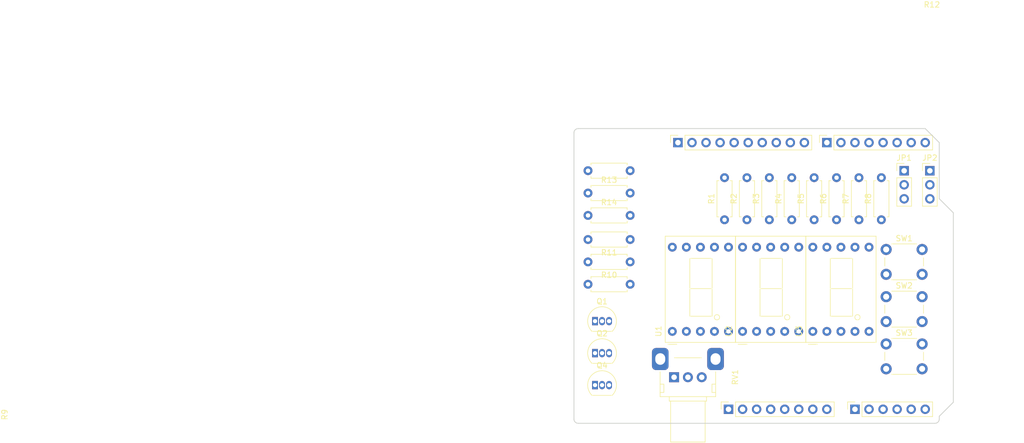
<source format=kicad_pcb>
(kicad_pcb (version 20240108) (generator "pcbnew") (generator_version "8.0")
  (title_block (date "mar. 31 mars 2015"))
  (layers (0 "F.Cu" signal) (31 "B.Cu" signal) (34 "B.Paste" user) (35 "F.Paste" user) (36 "B.SilkS" user "B.Silkscreen") (37 "F.SilkS" user "F.Silkscreen") (38 "B.Mask" user) (39 "F.Mask" user) (44 "Edge.Cuts" user))
  (net 0 "")
  (net 1 "GND")
  (net 3 "+5V")
  (net 4 "/IOREF")
  (net 5 "/A0")
  (net 6 "/A1")
  (net 7 "/A2")
  (net 8 "/A3")
  (net 9 "/SDA{slash}A4")
  (net 10 "/SCL{slash}A5")
  (net 11 "/13")
  (net 12 "/12")
  (net 13 "/AREF")
  (net 14 "/8")
  (net 15 "/7")
  (net 16 "/*11")
  (net 17 "/*10")
  (net 18 "/*9")
  (net 19 "/4")
  (net 20 "/2")
  (net 21 "/*6")
  (net 22 "/*5")
  (net 23 "/TX{slash}1")
  (net 24 "/*3")
  (net 25 "/RX{slash}0")
  (net 26 "+3V3")
  (net 27 "VCC")
  (net 28 "/~{RESET}")
  (net 29 "Net-(JP1-C)")
  (net 30 "Net-(JP2-C)")
  (net 31 "Net-(Q1-C)")
  (net 32 "Net-(Q1-B)")
  (net 33 "Net-(Q2-C)")
  (net 34 "Net-(Q2-B)")
  (net 35 "/R8")
  (net 36 "/R7")
  (net 37 "/R6")
  (net 38 "/R5")
  (net 39 "/R4")
  (net 40 "/R3")
  (net 41 "/R2")
  (net 42 "/R1")
  (net 43 "Net-(Q4-B)")
  (net 44 "Net-(Q4-C)")
  (footprint "Connector_PinSocket_2.54mm:PinSocket_1x08_P2.54mm_Vertical" (layer "F.Cu") (at 127.94 97.46 90)
    (property "Reference" "J1" (hide yes))
    (property "Value" "Power")
  )
  (footprint "Connector_PinSocket_2.54mm:PinSocket_1x06_P2.54mm_Vertical" (layer "F.Cu") (at 150.8 97.46 90)
    (property "Reference" "J3" (hide yes))
    (property "Value" "Analog")
  )
  (footprint "Connector_PinSocket_2.54mm:PinSocket_1x10_P2.54mm_Vertical" (layer "F.Cu") (at 118.796 49.2 90)
    (property "Reference" "J2" (hide yes))
    (property "Value" "Digital/PWM")
  )
  (footprint "Connector_PinSocket_2.54mm:PinSocket_1x08_P2.54mm_Vertical" (layer "F.Cu") (at 145.72 49.2 90)
    (property "Reference" "J4" (hide yes))
    (property "Value" "Digital/PWM")
  )
  (footprint "Resistor_THT:R_Axial_DIN0207_L6.3mm_D2.5mm_P7.62mm_Horizontal" (layer "F.Cu") (at 102.54 58.33)
    (property "Reference" "R13")
    (property "Value" "R")
  )
  (footprint "Resistor_THT:R_Axial_DIN0207_L6.3mm_D2.5mm_P7.62mm_Horizontal" (layer "F.Cu") (at 110.16 74.84 180)
    (property "Reference" "R9")
    (property "Value" "R")
  )
  (footprint "Resistor_THT:R_Axial_DIN0207_L6.3mm_D2.5mm_P7.62mm_Horizontal" (layer "F.Cu") (at 155.57 63.17 90)
    (property "Reference" "R8")
    (property "Value" "R")
  )
  (footprint "Button_Switch_THT:SW_PUSH_6mm_H4.3mm" (layer "F.Cu") (at 156.44 77.09)
    (property "Reference" "SW2")
    (property "Value" "SW_Push")
  )
  (footprint "Resistor_THT:R_Axial_DIN0207_L6.3mm_D2.5mm_P7.62mm_Horizontal" (layer "F.Cu") (at 151.52 63.17 90)
    (property "Reference" "R7")
    (property "Value" "R")
  )
  (footprint "Button_Switch_THT:SW_PUSH_6mm_H4.3mm" (layer "F.Cu") (at 156.44 68.54)
    (property "Reference" "SW1")
    (property "Value" "SW_Push")
  )
  (footprint "7SegmentAC:D1X8K_AC" (layer "F.Cu") (at 117.78 83.3675 90)
    (property "Reference" "U1")
    (property "Value" "HDSP-7501")
  )
  (footprint "Package_TO_SOT_THT:TO-92_Inline" (layer "F.Cu") (at 103.81 81.51)
    (property "Reference" "Q1")
    (property "Value" "BC558")
  )
  (footprint "Resistor_THT:R_Axial_DIN0207_L6.3mm_D2.5mm_P7.62mm_Horizontal" (layer "F.Cu") (at 110.16 66.74 180)
    (property "Reference" "R11")
    (property "Value" "R")
  )
  (footprint "Connector_PinHeader_2.54mm:PinHeader_1x03_P2.54mm_Vertical" (layer "F.Cu") (at 159.69 54.295)
    (property "Reference" "JP1")
    (property "Value" "Jumper_3_Open")
  )
  (footprint "Resistor_THT:R_Axial_DIN0207_L6.3mm_D2.5mm_P7.62mm_Horizontal" (layer "F.Cu") (at 127.22 63.17 90)
    (property "Reference" "R1")
    (property "Value" "R")
  )
  (footprint "Arduino_MountingHole:MountingHole_3.2mm" (layer "F.Cu") (at 115.24 49.2)
    (property "Reference" "MH1" (hide yes))
    (property "Value" "MountingHole_3.2mm" (hide yes))
  )
  (footprint "Connector_PinHeader_2.54mm:PinHeader_1x03_P2.54mm_Vertical" (layer "F.Cu") (at 164.34 54.295)
    (property "Reference" "JP2")
    (property "Value" "Jumper_3_Open")
  )
  (footprint "Resistor_THT:R_Axial_DIN0207_L6.3mm_D2.5mm_P7.62mm_Horizontal" (layer "F.Cu") (at 139.37 63.17 90)
    (property "Reference" "R4")
    (property "Value" "R")
  )
  (footprint "Resistor_THT:R_Axial_DIN0207_L6.3mm_D2.5mm_P7.62mm_Horizontal" (layer "F.Cu") (at 135.32 63.17 90)
    (property "Reference" "R3")
    (property "Value" "R")
  )
  (footprint "Potentiometer_THT:Potentiometer_Alps_RK09K_Single_Horizontal" (layer "F.Cu") (at 118.099 91.666 90)
    (property "Reference" "RV1")
    (property "Value" "R_Potentiometer")
  )
  (footprint "7SegmentAC:D1X8K_AC" (layer "F.Cu") (at 143.18 83.3675 90)
    (property "Reference" "U3")
    (property "Value" "HDSP-7501")
  )
  (footprint "Resistor_THT:R_Axial_DIN0207_L6.3mm_D2.5mm_P7.62mm_Horizontal" (layer "F.Cu") (at 102.54 54.28)
    (property "Reference" "R12")
    (property "Value" "R")
  )
  (footprint "Resistor_THT:R_Axial_DIN0207_L6.3mm_D2.5mm_P7.62mm_Horizontal" (layer "F.Cu") (at 102.54 62.38)
    (property "Reference" "R14")
    (property "Value" "R")
  )
  (footprint "Resistor_THT:R_Axial_DIN0207_L6.3mm_D2.5mm_P7.62mm_Horizontal" (layer "F.Cu") (at 110.16 70.79 180)
    (property "Reference" "R10")
    (property "Value" "R")
  )
  (footprint "Package_TO_SOT_THT:TO-92_Inline" (layer "F.Cu") (at 103.81 93.09)
    (property "Reference" "Q4")
    (property "Value" "BC558")
  )
  (footprint "Resistor_THT:R_Axial_DIN0207_L6.3mm_D2.5mm_P7.62mm_Horizontal" (layer "F.Cu") (at 143.42 63.17 90)
    (property "Reference" "R5")
    (property "Value" "R")
  )
  (footprint "Arduino_MountingHole:MountingHole_3.2mm" (layer "F.Cu") (at 113.97 97.46)
    (property "Reference" "MH2" (hide yes))
    (property "Value" "MountingHole_3.2mm" (hide yes))
  )
  (footprint "Arduino_MountingHole:MountingHole_3.2mm" (layer "F.Cu") (at 166.04 64.44)
    (property "Reference" "MH3" (hide yes))
    (property "Value" "MountingHole_3.2mm" (hide yes))
  )
  (footprint "Resistor_THT:R_Axial_DIN0207_L6.3mm_D2.5mm_P7.62mm_Horizontal" (layer "F.Cu") (at 131.27 63.17 90)
    (property "Reference" "R2")
    (property "Value" "R")
  )
  (footprint "Arduino_MountingHole:MountingHole_3.2mm" (layer "F.Cu") (at 166.04 92.38)
    (property "Reference" "MH4" (hide yes))
    (property "Value" "MountingHole_3.2mm" (hide yes))
  )
  (footprint "Button_Switch_THT:SW_PUSH_6mm_H4.3mm" (layer "F.Cu") (at 156.44 85.64)
    (property "Reference" "SW3")
    (property "Value" "SW_Push")
  )
  (footprint "7SegmentAC:D1X8K_AC" (layer "F.Cu") (at 130.48 83.3675 90)
    (property "Reference" "U2")
    (property "Value" "HDSP-7501")
  )
  (footprint "Resistor_THT:R_Axial_DIN0207_L6.3mm_D2.5mm_P7.62mm_Horizontal" (layer "F.Cu") (at 147.47 63.17 90)
    (property "Reference" "R6")
    (property "Value" "R")
  )
  (footprint "Package_TO_SOT_THT:TO-92_Inline" (layer "F.Cu") (at 103.81 87.3)
    (property "Reference" "Q2")
    (property "Value" "BC558")
  )
  (gr_line (start 166.04 59.36) (end 168.58 61.9) (stroke (width 0.15)) (layer "Edge.Cuts"))
  (gr_line (start 100 99.238) (end 100 47.422) (stroke (width 0.15)) (layer "Edge.Cuts"))
  (gr_line (start 168.58 61.9) (end 168.58 96.19) (stroke (width 0.15)) (layer "Edge.Cuts"))
  (gr_line (start 165.278 100) (end 100.762 100) (stroke (width 0.15)) (layer "Edge.Cuts"))
  (gr_line (start 100.762 46.66) (end 163.5 46.66) (stroke (width 0.15)) (layer "Edge.Cuts"))
  (gr_arc (start 100.762 100) (mid 100.223185 99.776815) (end 100 99.238) (stroke (width 0.15)) (layer "Edge.Cuts"))
  (gr_line (start 168.58 96.19) (end 166.04 98.73) (stroke (width 0.15)) (layer "Edge.Cuts"))
  (gr_line (start 163.5 46.66) (end 166.04 49.2) (stroke (width 0.15)) (layer "Edge.Cuts"))
  (gr_arc (start 166.04 99.238) (mid 165.816815 99.776815) (end 165.278 100) (stroke (width 0.15)) (layer "Edge.Cuts"))
  (gr_line (start 166.04 49.2) (end 166.04 59.36) (stroke (width 0.15)) (layer "Edge.Cuts"))
  (gr_line (start 166.04 98.73) (end 166.04 99.238) (stroke (width 0.15)) (layer "Edge.Cuts"))
  (gr_arc (start 100 47.422) (mid 100.223185 46.883185) (end 100.762 46.66) (stroke (width 0.15)) (layer "Edge.Cuts"))
)
</source>
